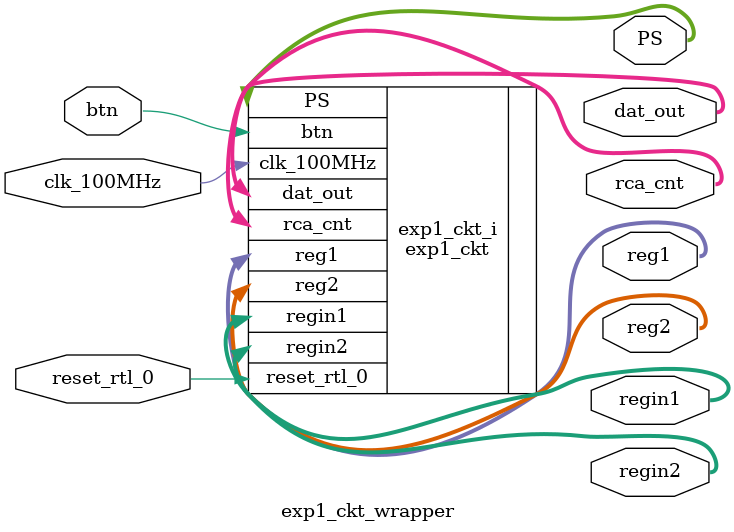
<source format=v>
`timescale 1 ps / 1 ps

module exp1_ckt_wrapper
   (PS,
    btn,
    clk_100MHz,
    dat_out,
    rca_cnt,
    reg1,
    reg2,
    regin1,
    regin2,
    reset_rtl_0);
  output [1:0]PS;
  input btn;
  input clk_100MHz;
  output [7:0]dat_out;
  output [2:0]rca_cnt;
  output [7:0]reg1;
  output [7:0]reg2;
  output [7:0]regin1;
  output [7:0]regin2;
  input reset_rtl_0;

  wire [1:0]PS;
  wire btn;
  wire clk_100MHz;
  wire [7:0]dat_out;
  wire [2:0]rca_cnt;
  wire [7:0]reg1;
  wire [7:0]reg2;
  wire [7:0]regin1;
  wire [7:0]regin2;
  wire reset_rtl_0;

  exp1_ckt exp1_ckt_i
       (.PS(PS),
        .btn(btn),
        .clk_100MHz(clk_100MHz),
        .dat_out(dat_out),
        .rca_cnt(rca_cnt),
        .reg1(reg1),
        .reg2(reg2),
        .regin1(regin1),
        .regin2(regin2),
        .reset_rtl_0(reset_rtl_0));
endmodule

</source>
